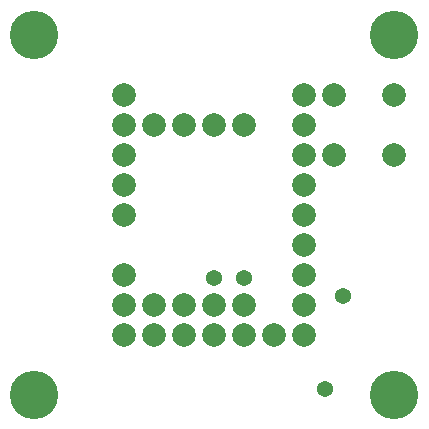
<source format=gbr>
%FSTAX24Y24*%
%MOIN*%
%IN MASK2.GBR *%
%ADD10C,0.0540*%
%ADD11C,0.0790*%
%ADD12C,0.1615*%
D11*X008Y01D03*X004Y009D03*X005Y003D03*X008D03*X01Y011D03*Y007D03*D10*
X0113Y0043D03*D12*X013Y001D03*X001D03*D11*X006Y003D03*X01Y009D03*
X005Y004D03*D10*X008Y0049D03*D11*X013Y011D03*X011D03*X01Y01D03*
X007Y004D03*X01Y006D03*D10*X0107Y0012D03*D11*X004Y01D03*Y005D03*
X006Y01D03*X004Y004D03*Y008D03*D10*X007Y0049D03*D11*X011Y009D03*
X01Y008D03*X004Y007D03*X013Y009D03*X01Y005D03*X009Y003D03*D12*
X013Y013D03*X001D03*D11*X005Y01D03*X004Y003D03*X01Y004D03*Y003D03*
X007Y01D03*X006Y004D03*X007Y003D03*X004Y011D03*X008Y004D03*
M02*
</source>
